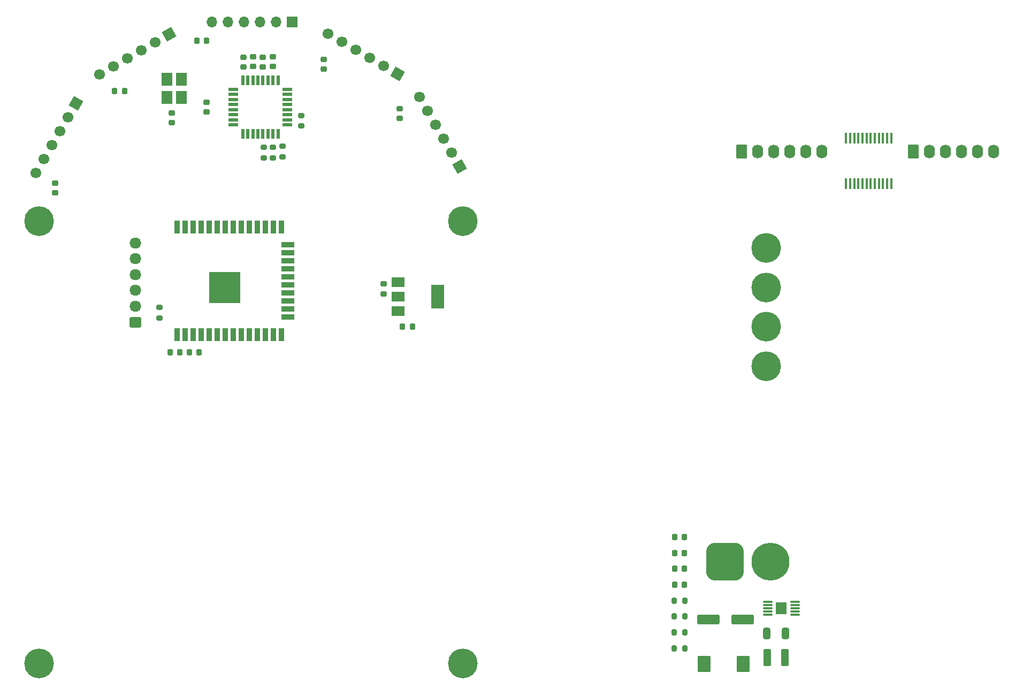
<source format=gbr>
%TF.GenerationSoftware,KiCad,Pcbnew,7.0.10-unknown-202401012134~036241c819~ubuntu22.04.1*%
%TF.CreationDate,2024-01-11T20:57:47+01:00*%
%TF.ProjectId,main_board,6d61696e-5f62-46f6-9172-642e6b696361,rev?*%
%TF.SameCoordinates,Original*%
%TF.FileFunction,Soldermask,Top*%
%TF.FilePolarity,Negative*%
%FSLAX46Y46*%
G04 Gerber Fmt 4.6, Leading zero omitted, Abs format (unit mm)*
G04 Created by KiCad (PCBNEW 7.0.10-unknown-202401012134~036241c819~ubuntu22.04.1) date 2024-01-11 20:57:47*
%MOMM*%
%LPD*%
G01*
G04 APERTURE LIST*
G04 Aperture macros list*
%AMRoundRect*
0 Rectangle with rounded corners*
0 $1 Rounding radius*
0 $2 $3 $4 $5 $6 $7 $8 $9 X,Y pos of 4 corners*
0 Add a 4 corners polygon primitive as box body*
4,1,4,$2,$3,$4,$5,$6,$7,$8,$9,$2,$3,0*
0 Add four circle primitives for the rounded corners*
1,1,$1+$1,$2,$3*
1,1,$1+$1,$4,$5*
1,1,$1+$1,$6,$7*
1,1,$1+$1,$8,$9*
0 Add four rect primitives between the rounded corners*
20,1,$1+$1,$2,$3,$4,$5,0*
20,1,$1+$1,$4,$5,$6,$7,0*
20,1,$1+$1,$6,$7,$8,$9,0*
20,1,$1+$1,$8,$9,$2,$3,0*%
%AMHorizOval*
0 Thick line with rounded ends*
0 $1 width*
0 $2 $3 position (X,Y) of the first rounded end (center of the circle)*
0 $4 $5 position (X,Y) of the second rounded end (center of the circle)*
0 Add line between two ends*
20,1,$1,$2,$3,$4,$5,0*
0 Add two circle primitives to create the rounded ends*
1,1,$1,$2,$3*
1,1,$1,$4,$5*%
%AMRotRect*
0 Rectangle, with rotation*
0 The origin of the aperture is its center*
0 $1 length*
0 $2 width*
0 $3 Rotation angle, in degrees counterclockwise*
0 Add horizontal line*
21,1,$1,$2,0,0,$3*%
G04 Aperture macros list end*
%ADD10C,4.700000*%
%ADD11RoundRect,0.075000X-0.650000X-0.075000X0.650000X-0.075000X0.650000X0.075000X-0.650000X0.075000X0*%
%ADD12R,1.680000X1.880000*%
%ADD13RoundRect,0.200000X-0.200000X-0.275000X0.200000X-0.275000X0.200000X0.275000X-0.200000X0.275000X0*%
%ADD14RoundRect,0.250000X-0.375000X-1.075000X0.375000X-1.075000X0.375000X1.075000X-0.375000X1.075000X0*%
%ADD15RoundRect,1.500000X-1.500000X-1.500000X1.500000X-1.500000X1.500000X1.500000X-1.500000X1.500000X0*%
%ADD16C,6.000000*%
%ADD17RoundRect,0.250000X-1.500000X-0.550000X1.500000X-0.550000X1.500000X0.550000X-1.500000X0.550000X0*%
%ADD18RoundRect,0.250000X-0.787500X-1.025000X0.787500X-1.025000X0.787500X1.025000X-0.787500X1.025000X0*%
%ADD19RoundRect,0.250000X-0.325000X-0.650000X0.325000X-0.650000X0.325000X0.650000X-0.325000X0.650000X0*%
%ADD20RoundRect,0.225000X-0.225000X-0.250000X0.225000X-0.250000X0.225000X0.250000X-0.225000X0.250000X0*%
%ADD21RoundRect,0.200000X-0.275000X0.200000X-0.275000X-0.200000X0.275000X-0.200000X0.275000X0.200000X0*%
%ADD22R,0.900000X2.000000*%
%ADD23R,2.000000X0.900000*%
%ADD24R,5.000000X5.000000*%
%ADD25RoundRect,0.250000X0.675000X-0.600000X0.675000X0.600000X-0.675000X0.600000X-0.675000X-0.600000X0*%
%ADD26O,1.850000X1.700000*%
%ADD27RoundRect,0.225000X0.225000X0.250000X-0.225000X0.250000X-0.225000X-0.250000X0.225000X-0.250000X0*%
%ADD28RoundRect,0.225000X0.250000X-0.225000X0.250000X0.225000X-0.250000X0.225000X-0.250000X-0.225000X0*%
%ADD29R,2.000000X1.500000*%
%ADD30R,2.000000X3.800000*%
%ADD31RotRect,1.700000X1.700000X150.000000*%
%ADD32HorizOval,1.700000X0.000000X0.000000X0.000000X0.000000X0*%
%ADD33RotRect,1.700000X1.700000X120.000000*%
%ADD34HorizOval,1.700000X0.000000X0.000000X0.000000X0.000000X0*%
%ADD35RoundRect,0.225000X-0.250000X0.225000X-0.250000X-0.225000X0.250000X-0.225000X0.250000X0.225000X0*%
%ADD36R,1.600000X0.550000*%
%ADD37R,0.550000X1.600000*%
%ADD38RoundRect,0.200000X0.275000X-0.200000X0.275000X0.200000X-0.275000X0.200000X-0.275000X-0.200000X0*%
%ADD39R,1.800000X2.100000*%
%ADD40R,1.700000X1.700000*%
%ADD41O,1.700000X1.700000*%
%ADD42RotRect,1.700000X1.700000X60.000000*%
%ADD43HorizOval,1.700000X0.000000X0.000000X0.000000X0.000000X0*%
%ADD44HorizOval,1.700000X0.000000X0.000000X0.000000X0.000000X0*%
%ADD45RotRect,1.700000X1.700000X30.000000*%
%ADD46RoundRect,0.250000X-0.620000X-0.845000X0.620000X-0.845000X0.620000X0.845000X-0.620000X0.845000X0*%
%ADD47O,1.740000X2.190000*%
%ADD48R,0.450000X1.750000*%
G04 APERTURE END LIST*
D10*
%TO.C,H8*%
X204000000Y-109000000D03*
%TD*%
%TO.C,H7*%
X204000000Y-102750000D03*
%TD*%
%TO.C,H6*%
X204000000Y-96500000D03*
%TD*%
%TO.C,H5*%
X204000000Y-90250000D03*
%TD*%
D11*
%TO.C,U2*%
X204290000Y-146270000D03*
X204290000Y-146770000D03*
X204290000Y-147270000D03*
X204290000Y-147770000D03*
X204290000Y-148270000D03*
X208590000Y-148270000D03*
X208590000Y-147770000D03*
X208590000Y-147270000D03*
X208590000Y-146770000D03*
X208590000Y-146270000D03*
D12*
X206440000Y-147270000D03*
%TD*%
D13*
%TO.C,R4*%
X189515000Y-153570000D03*
X191165000Y-153570000D03*
%TD*%
%TO.C,R3*%
X189515000Y-151060000D03*
X191165000Y-151060000D03*
%TD*%
%TO.C,R2*%
X189515000Y-148550000D03*
X191165000Y-148550000D03*
%TD*%
%TO.C,R1*%
X189515000Y-146040000D03*
X191165000Y-146040000D03*
%TD*%
D14*
%TO.C,L1*%
X204200000Y-155000000D03*
X207000000Y-155000000D03*
%TD*%
D15*
%TO.C,J9*%
X197520000Y-139870000D03*
D16*
X204720000Y-139870000D03*
%TD*%
D10*
%TO.C,H2*%
X156000000Y-156000000D03*
%TD*%
D17*
%TO.C,C7*%
X194870000Y-149070000D03*
X200270000Y-149070000D03*
%TD*%
D18*
%TO.C,C6*%
X194202500Y-156070000D03*
X200427500Y-156070000D03*
%TD*%
D19*
%TO.C,C5*%
X204145000Y-151220000D03*
X207095000Y-151220000D03*
%TD*%
D20*
%TO.C,C4*%
X189565000Y-143530000D03*
X191115000Y-143530000D03*
%TD*%
%TO.C,C3*%
X189565000Y-141020000D03*
X191115000Y-141020000D03*
%TD*%
%TO.C,C2*%
X189565000Y-138510000D03*
X191115000Y-138510000D03*
%TD*%
%TO.C,C1*%
X189565000Y-136000000D03*
X191115000Y-136000000D03*
%TD*%
D21*
%TO.C,R5*%
X108000000Y-99675000D03*
X108000000Y-101325000D03*
%TD*%
D22*
%TO.C,U4*%
X110840000Y-104000000D03*
X112110000Y-104000000D03*
X113380000Y-104000000D03*
X114650000Y-104000000D03*
X115920000Y-104000000D03*
X117190000Y-104000000D03*
X118460000Y-104000000D03*
X119730000Y-104000000D03*
X121000000Y-104000000D03*
X122270000Y-104000000D03*
X123540000Y-104000000D03*
X124810000Y-104000000D03*
X126080000Y-104000000D03*
X127350000Y-104000000D03*
D23*
X128350000Y-101215000D03*
X128350000Y-99945000D03*
X128350000Y-98675000D03*
X128350000Y-97405000D03*
X128350000Y-96135000D03*
X128350000Y-94865000D03*
X128350000Y-93595000D03*
X128350000Y-92325000D03*
X128350000Y-91055000D03*
X128350000Y-89785000D03*
D22*
X127350000Y-87000000D03*
X126080000Y-87000000D03*
X124810000Y-87000000D03*
X123540000Y-87000000D03*
X122270000Y-87000000D03*
X121000000Y-87000000D03*
X119730000Y-87000000D03*
X118460000Y-87000000D03*
X117190000Y-87000000D03*
X115920000Y-87000000D03*
X114650000Y-87000000D03*
X113380000Y-87000000D03*
X112110000Y-87000000D03*
X110840000Y-87000000D03*
D24*
X118340000Y-96500000D03*
%TD*%
D20*
%TO.C,C8*%
X112725000Y-106750000D03*
X114275000Y-106750000D03*
%TD*%
D25*
%TO.C,J1*%
X104250000Y-102000000D03*
D26*
X104250000Y-99500000D03*
X104250000Y-97000000D03*
X104250000Y-94500000D03*
X104250000Y-92000000D03*
X104250000Y-89500000D03*
%TD*%
D27*
%TO.C,C9*%
X111275000Y-106750000D03*
X109725000Y-106750000D03*
%TD*%
D20*
%TO.C,C13*%
X146500000Y-102750000D03*
X148050000Y-102750000D03*
%TD*%
D28*
%TO.C,C14*%
X143500000Y-97525000D03*
X143500000Y-95975000D03*
%TD*%
D29*
%TO.C,U5*%
X145750000Y-95700000D03*
X145750000Y-98000000D03*
D30*
X152050000Y-98000000D03*
D29*
X145750000Y-100300000D03*
%TD*%
D28*
%TO.C,R18*%
X91500000Y-81550000D03*
X91500000Y-80000000D03*
%TD*%
D31*
%TO.C,J8*%
X94810000Y-67400886D03*
D32*
X93540000Y-69600591D03*
X92270000Y-71800295D03*
X91000000Y-74000000D03*
X89730000Y-76199704D03*
X88460000Y-78399409D03*
%TD*%
D33*
%TO.C,J7*%
X109575762Y-56516166D03*
D34*
X107376057Y-57786166D03*
X105176353Y-59056166D03*
X102976648Y-60326166D03*
X100776944Y-61596166D03*
X98577239Y-62866166D03*
%TD*%
D35*
%TO.C,R6*%
X122850000Y-60050000D03*
X122850000Y-61600000D03*
%TD*%
D36*
%TO.C,U1*%
X119750000Y-65200000D03*
X119750000Y-66000000D03*
X119750000Y-66800000D03*
X119750000Y-67600000D03*
X119750000Y-68400000D03*
X119750000Y-69200000D03*
X119750000Y-70000000D03*
X119750000Y-70800000D03*
D37*
X121200000Y-72250000D03*
X122000000Y-72250000D03*
X122800000Y-72250000D03*
X123600000Y-72250000D03*
X124400000Y-72250000D03*
X125200000Y-72250000D03*
X126000000Y-72250000D03*
X126800000Y-72250000D03*
D36*
X128250000Y-70800000D03*
X128250000Y-70000000D03*
X128250000Y-69200000D03*
X128250000Y-68400000D03*
X128250000Y-67600000D03*
X128250000Y-66800000D03*
X128250000Y-66000000D03*
X128250000Y-65200000D03*
D37*
X126800000Y-63750000D03*
X126000000Y-63750000D03*
X125200000Y-63750000D03*
X124400000Y-63750000D03*
X123600000Y-63750000D03*
X122800000Y-63750000D03*
X122000000Y-63750000D03*
X121200000Y-63750000D03*
%TD*%
D38*
%TO.C,R11*%
X126000000Y-76025000D03*
X126000000Y-74375000D03*
%TD*%
D28*
%TO.C,C10*%
X110000000Y-70500000D03*
X110000000Y-68950000D03*
%TD*%
D35*
%TO.C,R7*%
X124350000Y-60100000D03*
X124350000Y-61650000D03*
%TD*%
D38*
%TO.C,R12*%
X124500000Y-76025000D03*
X124500000Y-74375000D03*
%TD*%
D28*
%TO.C,C12*%
X121300000Y-61650000D03*
X121300000Y-60100000D03*
%TD*%
D20*
%TO.C,R17*%
X100950000Y-65500000D03*
X102500000Y-65500000D03*
%TD*%
D38*
%TO.C,R10*%
X127500000Y-75850000D03*
X127500000Y-74200000D03*
%TD*%
D39*
%TO.C,Y1*%
X111500000Y-66500000D03*
X111500000Y-63600000D03*
X109200000Y-63600000D03*
X109200000Y-66500000D03*
%TD*%
D28*
%TO.C,C11*%
X115500000Y-68775000D03*
X115500000Y-67225000D03*
%TD*%
D35*
%TO.C,R8*%
X125950000Y-60050000D03*
X125950000Y-61600000D03*
%TD*%
D21*
%TO.C,R9*%
X130500000Y-69350000D03*
X130500000Y-71000000D03*
%TD*%
D40*
%TO.C,J6*%
X129000000Y-54500000D03*
D41*
X126460000Y-54500000D03*
X123920000Y-54500000D03*
X121380000Y-54500000D03*
X118840000Y-54500000D03*
X116300000Y-54500000D03*
%TD*%
D20*
%TO.C,R16*%
X113950000Y-57500000D03*
X115500000Y-57500000D03*
%TD*%
D28*
%TO.C,R15*%
X134000000Y-62000000D03*
X134000000Y-60450000D03*
%TD*%
D42*
%TO.C,J5*%
X145699705Y-62770000D03*
D43*
X143500000Y-61500000D03*
X141300296Y-60230000D03*
X139100591Y-58960000D03*
X136900887Y-57690000D03*
X134701182Y-56420000D03*
%TD*%
D28*
%TO.C,R14*%
X146000000Y-69775000D03*
X146000000Y-68225000D03*
%TD*%
D44*
%TO.C,J4*%
X149190000Y-66400886D03*
X150460000Y-68600591D03*
X151730000Y-70800295D03*
X153000000Y-73000000D03*
X154270000Y-75199704D03*
D45*
X155540000Y-77399409D03*
%TD*%
D10*
%TO.C,H4*%
X89000000Y-86000000D03*
%TD*%
%TO.C,H3*%
X156000000Y-86000000D03*
%TD*%
%TO.C,H1*%
X89000000Y-156000000D03*
%TD*%
D46*
%TO.C,J2*%
X200130000Y-75000000D03*
D47*
X202670000Y-75000000D03*
X205210000Y-75000000D03*
X207750000Y-75000000D03*
X210290000Y-75000000D03*
X212830000Y-75000000D03*
%TD*%
D46*
%TO.C,J3*%
X227300000Y-75000000D03*
D47*
X229840000Y-75000000D03*
X232380000Y-75000000D03*
X234920000Y-75000000D03*
X237460000Y-75000000D03*
X240000000Y-75000000D03*
%TD*%
D48*
%TO.C,U3*%
X216675000Y-80100000D03*
X217325000Y-80100000D03*
X217975000Y-80100000D03*
X218625000Y-80100000D03*
X219275000Y-80100000D03*
X219925000Y-80100000D03*
X220575000Y-80100000D03*
X221225000Y-80100000D03*
X221875000Y-80100000D03*
X222525000Y-80100000D03*
X223175000Y-80100000D03*
X223825000Y-80100000D03*
X223825000Y-72900000D03*
X223175000Y-72900000D03*
X222525000Y-72900000D03*
X221875000Y-72900000D03*
X221225000Y-72900000D03*
X220575000Y-72900000D03*
X219925000Y-72900000D03*
X219275000Y-72900000D03*
X218625000Y-72900000D03*
X217975000Y-72900000D03*
X217325000Y-72900000D03*
X216675000Y-72900000D03*
%TD*%
M02*

</source>
